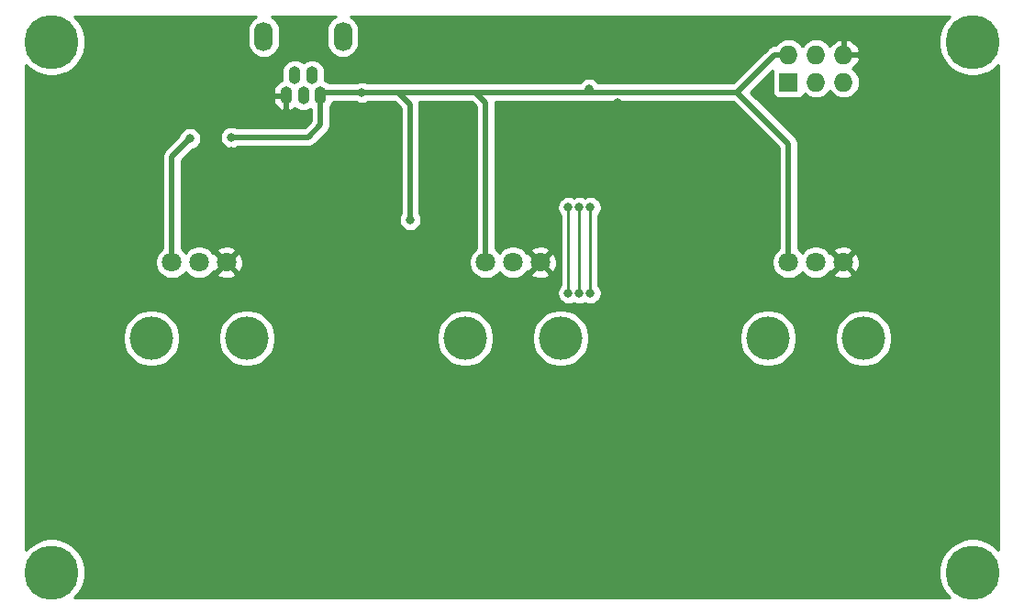
<source format=gbl>
G04 #@! TF.GenerationSoftware,KiCad,Pcbnew,(5.1.2-1)-1*
G04 #@! TF.CreationDate,2019-08-25T18:33:29+09:00*
G04 #@! TF.ProjectId,mmk3,6d6d6b33-2e6b-4696-9361-645f70636258,rev?*
G04 #@! TF.SameCoordinates,Original*
G04 #@! TF.FileFunction,Copper,L2,Bot*
G04 #@! TF.FilePolarity,Positive*
%FSLAX46Y46*%
G04 Gerber Fmt 4.6, Leading zero omitted, Abs format (unit mm)*
G04 Created by KiCad (PCBNEW (5.1.2-1)-1) date 2019-08-25 18:33:29*
%MOMM*%
%LPD*%
G04 APERTURE LIST*
%ADD10C,5.000000*%
%ADD11O,1.100000X1.650000*%
%ADD12O,1.700000X2.700000*%
%ADD13C,4.000000*%
%ADD14C,1.800000*%
%ADD15R,1.727200X1.727200*%
%ADD16O,1.727200X1.727200*%
%ADD17C,0.800000*%
%ADD18C,0.500000*%
%ADD19C,0.250000*%
%ADD20C,0.254000*%
G04 APERTURE END LIST*
D10*
X177000000Y-115000000D03*
X177000000Y-66000000D03*
X92000000Y-66000000D03*
D11*
X116840000Y-70943000D03*
X115240000Y-70943000D03*
X113640000Y-70943000D03*
X114440000Y-69053000D03*
X116040000Y-69053000D03*
D12*
X111590000Y-65478000D03*
X118890000Y-65478000D03*
D13*
X101224000Y-93360000D03*
X110024000Y-93360000D03*
D14*
X103124000Y-86360000D03*
X105624000Y-86360000D03*
X108124000Y-86360000D03*
D10*
X92000000Y-115000000D03*
D15*
X160020000Y-69723000D03*
D16*
X160020000Y-67183000D03*
X162560000Y-69723000D03*
X162560000Y-67183000D03*
X165100000Y-69723000D03*
X165100000Y-67183000D03*
D14*
X165020000Y-86360000D03*
X162520000Y-86360000D03*
X160020000Y-86360000D03*
D13*
X166920000Y-93360000D03*
X158120000Y-93360000D03*
X130180000Y-93360000D03*
X138980000Y-93360000D03*
D14*
X132080000Y-86360000D03*
X134580000Y-86360000D03*
X137080000Y-86360000D03*
D17*
X127000000Y-82423000D03*
X108585000Y-76073000D03*
X111760000Y-72898000D03*
X120650000Y-82423000D03*
X104775000Y-82550000D03*
X144272000Y-71628000D03*
X120650000Y-73660000D03*
X141605000Y-70358000D03*
X125095000Y-82423000D03*
X108585000Y-74803000D03*
X104775000Y-74930000D03*
X120650001Y-70667999D03*
X140716000Y-81280000D03*
X140716000Y-89210021D03*
X141732000Y-81280000D03*
X141732000Y-89205359D03*
X139700000Y-81280000D03*
X139695340Y-89205361D03*
D18*
X141295000Y-70668000D02*
X141605000Y-70358000D01*
X116840000Y-70668000D02*
X120960000Y-70668000D01*
X141295000Y-70668000D02*
X140645000Y-70668000D01*
X155265000Y-70668000D02*
X141295000Y-70668000D01*
X158750000Y-67183000D02*
X155265000Y-70668000D01*
X160020000Y-67183000D02*
X158750000Y-67183000D01*
X103124000Y-86360000D02*
X103124000Y-76581000D01*
X103124000Y-76581000D02*
X104775000Y-74930000D01*
X130627000Y-70668000D02*
X140645000Y-70668000D01*
X160020000Y-75423000D02*
X155265000Y-70668000D01*
X160020000Y-86360000D02*
X160020000Y-75423000D01*
X125095000Y-71755000D02*
X124008000Y-70668000D01*
X125095000Y-82423000D02*
X125095000Y-71755000D01*
X124008000Y-70668000D02*
X130627000Y-70668000D01*
X120960000Y-70668000D02*
X124008000Y-70668000D01*
X131127500Y-70668000D02*
X130627000Y-70668000D01*
X132080000Y-71620500D02*
X131127500Y-70668000D01*
X132080000Y-86360000D02*
X132080000Y-71620500D01*
X109150685Y-74803000D02*
X108585000Y-74803000D01*
X115697000Y-74803000D02*
X109150685Y-74803000D01*
X116840000Y-73660000D02*
X115697000Y-74803000D01*
X116840000Y-70668000D02*
X116840000Y-73660000D01*
D19*
X140716000Y-81280000D02*
X140716000Y-89210021D01*
X141732000Y-81280000D02*
X141732000Y-89205359D01*
X139700000Y-89200701D02*
X139695340Y-89205361D01*
X139700000Y-81280000D02*
X139700000Y-89200701D01*
D20*
G36*
X110760987Y-63737294D02*
G01*
X110534867Y-63922866D01*
X110349294Y-64148986D01*
X110211401Y-64406966D01*
X110126487Y-64686889D01*
X110105000Y-64905050D01*
X110105000Y-66050949D01*
X110126487Y-66269110D01*
X110211401Y-66549033D01*
X110349294Y-66807013D01*
X110534866Y-67033134D01*
X110760986Y-67218706D01*
X111018966Y-67356599D01*
X111298889Y-67441513D01*
X111590000Y-67470185D01*
X111881110Y-67441513D01*
X112161033Y-67356599D01*
X112419013Y-67218706D01*
X112645134Y-67033134D01*
X112830706Y-66807014D01*
X112968599Y-66549034D01*
X113053513Y-66269111D01*
X113075000Y-66050950D01*
X113075000Y-64905050D01*
X113053513Y-64686889D01*
X112968599Y-64406966D01*
X112830706Y-64148986D01*
X112645134Y-63922866D01*
X112419014Y-63737294D01*
X112274407Y-63660000D01*
X118205594Y-63660000D01*
X118060987Y-63737294D01*
X117834867Y-63922866D01*
X117649294Y-64148986D01*
X117511401Y-64406966D01*
X117426487Y-64686889D01*
X117405000Y-64905050D01*
X117405000Y-66050949D01*
X117426487Y-66269110D01*
X117511401Y-66549033D01*
X117649294Y-66807013D01*
X117834866Y-67033134D01*
X118060986Y-67218706D01*
X118318966Y-67356599D01*
X118598889Y-67441513D01*
X118890000Y-67470185D01*
X119181110Y-67441513D01*
X119461033Y-67356599D01*
X119719013Y-67218706D01*
X119945134Y-67033134D01*
X120130706Y-66807014D01*
X120268599Y-66549034D01*
X120353513Y-66269111D01*
X120375000Y-66050950D01*
X120375000Y-64905050D01*
X120353513Y-64686889D01*
X120268599Y-64406966D01*
X120130706Y-64148986D01*
X119945134Y-63922866D01*
X119719014Y-63737294D01*
X119574407Y-63660000D01*
X174906440Y-63660000D01*
X174564886Y-64001554D01*
X174221799Y-64515021D01*
X173985476Y-65085554D01*
X173865000Y-65691229D01*
X173865000Y-66308771D01*
X173985476Y-66914446D01*
X174221799Y-67484979D01*
X174564886Y-67998446D01*
X175001554Y-68435114D01*
X175515021Y-68778201D01*
X176085554Y-69014524D01*
X176691229Y-69135000D01*
X177308771Y-69135000D01*
X177914446Y-69014524D01*
X178484979Y-68778201D01*
X178998446Y-68435114D01*
X179340000Y-68093560D01*
X179340001Y-112906441D01*
X178998446Y-112564886D01*
X178484979Y-112221799D01*
X177914446Y-111985476D01*
X177308771Y-111865000D01*
X176691229Y-111865000D01*
X176085554Y-111985476D01*
X175515021Y-112221799D01*
X175001554Y-112564886D01*
X174564886Y-113001554D01*
X174221799Y-113515021D01*
X173985476Y-114085554D01*
X173865000Y-114691229D01*
X173865000Y-115308771D01*
X173985476Y-115914446D01*
X174221799Y-116484979D01*
X174564886Y-116998446D01*
X174906440Y-117340000D01*
X94093560Y-117340000D01*
X94435114Y-116998446D01*
X94778201Y-116484979D01*
X95014524Y-115914446D01*
X95135000Y-115308771D01*
X95135000Y-114691229D01*
X95014524Y-114085554D01*
X94778201Y-113515021D01*
X94435114Y-113001554D01*
X93998446Y-112564886D01*
X93484979Y-112221799D01*
X92914446Y-111985476D01*
X92308771Y-111865000D01*
X91691229Y-111865000D01*
X91085554Y-111985476D01*
X90515021Y-112221799D01*
X90001554Y-112564886D01*
X89660000Y-112906440D01*
X89660000Y-93100475D01*
X98589000Y-93100475D01*
X98589000Y-93619525D01*
X98690261Y-94128601D01*
X98888893Y-94608141D01*
X99177262Y-95039715D01*
X99544285Y-95406738D01*
X99975859Y-95695107D01*
X100455399Y-95893739D01*
X100964475Y-95995000D01*
X101483525Y-95995000D01*
X101992601Y-95893739D01*
X102472141Y-95695107D01*
X102903715Y-95406738D01*
X103270738Y-95039715D01*
X103559107Y-94608141D01*
X103757739Y-94128601D01*
X103859000Y-93619525D01*
X103859000Y-93100475D01*
X107389000Y-93100475D01*
X107389000Y-93619525D01*
X107490261Y-94128601D01*
X107688893Y-94608141D01*
X107977262Y-95039715D01*
X108344285Y-95406738D01*
X108775859Y-95695107D01*
X109255399Y-95893739D01*
X109764475Y-95995000D01*
X110283525Y-95995000D01*
X110792601Y-95893739D01*
X111272141Y-95695107D01*
X111703715Y-95406738D01*
X112070738Y-95039715D01*
X112359107Y-94608141D01*
X112557739Y-94128601D01*
X112659000Y-93619525D01*
X112659000Y-93100475D01*
X127545000Y-93100475D01*
X127545000Y-93619525D01*
X127646261Y-94128601D01*
X127844893Y-94608141D01*
X128133262Y-95039715D01*
X128500285Y-95406738D01*
X128931859Y-95695107D01*
X129411399Y-95893739D01*
X129920475Y-95995000D01*
X130439525Y-95995000D01*
X130948601Y-95893739D01*
X131428141Y-95695107D01*
X131859715Y-95406738D01*
X132226738Y-95039715D01*
X132515107Y-94608141D01*
X132713739Y-94128601D01*
X132815000Y-93619525D01*
X132815000Y-93100475D01*
X136345000Y-93100475D01*
X136345000Y-93619525D01*
X136446261Y-94128601D01*
X136644893Y-94608141D01*
X136933262Y-95039715D01*
X137300285Y-95406738D01*
X137731859Y-95695107D01*
X138211399Y-95893739D01*
X138720475Y-95995000D01*
X139239525Y-95995000D01*
X139748601Y-95893739D01*
X140228141Y-95695107D01*
X140659715Y-95406738D01*
X141026738Y-95039715D01*
X141315107Y-94608141D01*
X141513739Y-94128601D01*
X141615000Y-93619525D01*
X141615000Y-93100475D01*
X155485000Y-93100475D01*
X155485000Y-93619525D01*
X155586261Y-94128601D01*
X155784893Y-94608141D01*
X156073262Y-95039715D01*
X156440285Y-95406738D01*
X156871859Y-95695107D01*
X157351399Y-95893739D01*
X157860475Y-95995000D01*
X158379525Y-95995000D01*
X158888601Y-95893739D01*
X159368141Y-95695107D01*
X159799715Y-95406738D01*
X160166738Y-95039715D01*
X160455107Y-94608141D01*
X160653739Y-94128601D01*
X160755000Y-93619525D01*
X160755000Y-93100475D01*
X164285000Y-93100475D01*
X164285000Y-93619525D01*
X164386261Y-94128601D01*
X164584893Y-94608141D01*
X164873262Y-95039715D01*
X165240285Y-95406738D01*
X165671859Y-95695107D01*
X166151399Y-95893739D01*
X166660475Y-95995000D01*
X167179525Y-95995000D01*
X167688601Y-95893739D01*
X168168141Y-95695107D01*
X168599715Y-95406738D01*
X168966738Y-95039715D01*
X169255107Y-94608141D01*
X169453739Y-94128601D01*
X169555000Y-93619525D01*
X169555000Y-93100475D01*
X169453739Y-92591399D01*
X169255107Y-92111859D01*
X168966738Y-91680285D01*
X168599715Y-91313262D01*
X168168141Y-91024893D01*
X167688601Y-90826261D01*
X167179525Y-90725000D01*
X166660475Y-90725000D01*
X166151399Y-90826261D01*
X165671859Y-91024893D01*
X165240285Y-91313262D01*
X164873262Y-91680285D01*
X164584893Y-92111859D01*
X164386261Y-92591399D01*
X164285000Y-93100475D01*
X160755000Y-93100475D01*
X160653739Y-92591399D01*
X160455107Y-92111859D01*
X160166738Y-91680285D01*
X159799715Y-91313262D01*
X159368141Y-91024893D01*
X158888601Y-90826261D01*
X158379525Y-90725000D01*
X157860475Y-90725000D01*
X157351399Y-90826261D01*
X156871859Y-91024893D01*
X156440285Y-91313262D01*
X156073262Y-91680285D01*
X155784893Y-92111859D01*
X155586261Y-92591399D01*
X155485000Y-93100475D01*
X141615000Y-93100475D01*
X141513739Y-92591399D01*
X141315107Y-92111859D01*
X141026738Y-91680285D01*
X140659715Y-91313262D01*
X140228141Y-91024893D01*
X139748601Y-90826261D01*
X139239525Y-90725000D01*
X138720475Y-90725000D01*
X138211399Y-90826261D01*
X137731859Y-91024893D01*
X137300285Y-91313262D01*
X136933262Y-91680285D01*
X136644893Y-92111859D01*
X136446261Y-92591399D01*
X136345000Y-93100475D01*
X132815000Y-93100475D01*
X132713739Y-92591399D01*
X132515107Y-92111859D01*
X132226738Y-91680285D01*
X131859715Y-91313262D01*
X131428141Y-91024893D01*
X130948601Y-90826261D01*
X130439525Y-90725000D01*
X129920475Y-90725000D01*
X129411399Y-90826261D01*
X128931859Y-91024893D01*
X128500285Y-91313262D01*
X128133262Y-91680285D01*
X127844893Y-92111859D01*
X127646261Y-92591399D01*
X127545000Y-93100475D01*
X112659000Y-93100475D01*
X112557739Y-92591399D01*
X112359107Y-92111859D01*
X112070738Y-91680285D01*
X111703715Y-91313262D01*
X111272141Y-91024893D01*
X110792601Y-90826261D01*
X110283525Y-90725000D01*
X109764475Y-90725000D01*
X109255399Y-90826261D01*
X108775859Y-91024893D01*
X108344285Y-91313262D01*
X107977262Y-91680285D01*
X107688893Y-92111859D01*
X107490261Y-92591399D01*
X107389000Y-93100475D01*
X103859000Y-93100475D01*
X103757739Y-92591399D01*
X103559107Y-92111859D01*
X103270738Y-91680285D01*
X102903715Y-91313262D01*
X102472141Y-91024893D01*
X101992601Y-90826261D01*
X101483525Y-90725000D01*
X100964475Y-90725000D01*
X100455399Y-90826261D01*
X99975859Y-91024893D01*
X99544285Y-91313262D01*
X99177262Y-91680285D01*
X98888893Y-92111859D01*
X98690261Y-92591399D01*
X98589000Y-93100475D01*
X89660000Y-93100475D01*
X89660000Y-89103422D01*
X138660340Y-89103422D01*
X138660340Y-89307300D01*
X138700114Y-89507259D01*
X138778135Y-89695617D01*
X138891403Y-89865135D01*
X139035566Y-90009298D01*
X139205084Y-90122566D01*
X139393442Y-90200587D01*
X139593401Y-90240361D01*
X139797279Y-90240361D01*
X139997238Y-90200587D01*
X140185596Y-90122566D01*
X140202183Y-90111483D01*
X140225744Y-90127226D01*
X140414102Y-90205247D01*
X140614061Y-90245021D01*
X140817939Y-90245021D01*
X141017898Y-90205247D01*
X141206256Y-90127226D01*
X141227489Y-90113039D01*
X141241744Y-90122564D01*
X141430102Y-90200585D01*
X141630061Y-90240359D01*
X141833939Y-90240359D01*
X142033898Y-90200585D01*
X142222256Y-90122564D01*
X142391774Y-90009296D01*
X142535937Y-89865133D01*
X142649205Y-89695615D01*
X142727226Y-89507257D01*
X142767000Y-89307298D01*
X142767000Y-89103420D01*
X142727226Y-88903461D01*
X142649205Y-88715103D01*
X142535937Y-88545585D01*
X142492000Y-88501648D01*
X142492000Y-81983711D01*
X142535937Y-81939774D01*
X142649205Y-81770256D01*
X142727226Y-81581898D01*
X142767000Y-81381939D01*
X142767000Y-81178061D01*
X142727226Y-80978102D01*
X142649205Y-80789744D01*
X142535937Y-80620226D01*
X142391774Y-80476063D01*
X142222256Y-80362795D01*
X142033898Y-80284774D01*
X141833939Y-80245000D01*
X141630061Y-80245000D01*
X141430102Y-80284774D01*
X141241744Y-80362795D01*
X141224000Y-80374651D01*
X141206256Y-80362795D01*
X141017898Y-80284774D01*
X140817939Y-80245000D01*
X140614061Y-80245000D01*
X140414102Y-80284774D01*
X140225744Y-80362795D01*
X140208000Y-80374651D01*
X140190256Y-80362795D01*
X140001898Y-80284774D01*
X139801939Y-80245000D01*
X139598061Y-80245000D01*
X139398102Y-80284774D01*
X139209744Y-80362795D01*
X139040226Y-80476063D01*
X138896063Y-80620226D01*
X138782795Y-80789744D01*
X138704774Y-80978102D01*
X138665000Y-81178061D01*
X138665000Y-81381939D01*
X138704774Y-81581898D01*
X138782795Y-81770256D01*
X138896063Y-81939774D01*
X138940000Y-81983711D01*
X138940001Y-88496989D01*
X138891403Y-88545587D01*
X138778135Y-88715105D01*
X138700114Y-88903463D01*
X138660340Y-89103422D01*
X89660000Y-89103422D01*
X89660000Y-86208816D01*
X101589000Y-86208816D01*
X101589000Y-86511184D01*
X101647989Y-86807743D01*
X101763701Y-87087095D01*
X101931688Y-87338505D01*
X102145495Y-87552312D01*
X102396905Y-87720299D01*
X102676257Y-87836011D01*
X102972816Y-87895000D01*
X103275184Y-87895000D01*
X103571743Y-87836011D01*
X103851095Y-87720299D01*
X104102505Y-87552312D01*
X104316312Y-87338505D01*
X104374000Y-87252169D01*
X104431688Y-87338505D01*
X104645495Y-87552312D01*
X104896905Y-87720299D01*
X105176257Y-87836011D01*
X105472816Y-87895000D01*
X105775184Y-87895000D01*
X106071743Y-87836011D01*
X106351095Y-87720299D01*
X106602505Y-87552312D01*
X106730737Y-87424080D01*
X107239525Y-87424080D01*
X107323208Y-87678261D01*
X107595775Y-87809158D01*
X107888642Y-87884365D01*
X108190553Y-87900991D01*
X108489907Y-87858397D01*
X108775199Y-87758222D01*
X108924792Y-87678261D01*
X109008475Y-87424080D01*
X108124000Y-86539605D01*
X107239525Y-87424080D01*
X106730737Y-87424080D01*
X106816312Y-87338505D01*
X106911738Y-87195690D01*
X107059920Y-87244475D01*
X107944395Y-86360000D01*
X108303605Y-86360000D01*
X109188080Y-87244475D01*
X109442261Y-87160792D01*
X109573158Y-86888225D01*
X109648365Y-86595358D01*
X109664991Y-86293447D01*
X109622397Y-85994093D01*
X109522222Y-85708801D01*
X109442261Y-85559208D01*
X109188080Y-85475525D01*
X108303605Y-86360000D01*
X107944395Y-86360000D01*
X107059920Y-85475525D01*
X106911738Y-85524310D01*
X106816312Y-85381495D01*
X106730737Y-85295920D01*
X107239525Y-85295920D01*
X108124000Y-86180395D01*
X109008475Y-85295920D01*
X108924792Y-85041739D01*
X108652225Y-84910842D01*
X108359358Y-84835635D01*
X108057447Y-84819009D01*
X107758093Y-84861603D01*
X107472801Y-84961778D01*
X107323208Y-85041739D01*
X107239525Y-85295920D01*
X106730737Y-85295920D01*
X106602505Y-85167688D01*
X106351095Y-84999701D01*
X106071743Y-84883989D01*
X105775184Y-84825000D01*
X105472816Y-84825000D01*
X105176257Y-84883989D01*
X104896905Y-84999701D01*
X104645495Y-85167688D01*
X104431688Y-85381495D01*
X104374000Y-85467831D01*
X104316312Y-85381495D01*
X104102505Y-85167688D01*
X104009000Y-85105210D01*
X104009000Y-76947578D01*
X105020044Y-75936535D01*
X105076898Y-75925226D01*
X105265256Y-75847205D01*
X105434774Y-75733937D01*
X105578937Y-75589774D01*
X105692205Y-75420256D01*
X105770226Y-75231898D01*
X105810000Y-75031939D01*
X105810000Y-74828061D01*
X105784739Y-74701061D01*
X107550000Y-74701061D01*
X107550000Y-74904939D01*
X107589774Y-75104898D01*
X107667795Y-75293256D01*
X107781063Y-75462774D01*
X107925226Y-75606937D01*
X108094744Y-75720205D01*
X108283102Y-75798226D01*
X108483061Y-75838000D01*
X108686939Y-75838000D01*
X108886898Y-75798226D01*
X109075256Y-75720205D01*
X109123454Y-75688000D01*
X115653531Y-75688000D01*
X115697000Y-75692281D01*
X115740469Y-75688000D01*
X115740477Y-75688000D01*
X115870490Y-75675195D01*
X116037313Y-75624589D01*
X116191059Y-75542411D01*
X116325817Y-75431817D01*
X116353534Y-75398044D01*
X117435049Y-74316530D01*
X117468817Y-74288817D01*
X117579411Y-74154059D01*
X117661589Y-74000313D01*
X117712195Y-73833490D01*
X117725000Y-73703477D01*
X117725000Y-73703467D01*
X117729281Y-73660001D01*
X117725000Y-73616535D01*
X117725000Y-72007549D01*
X117830058Y-71879536D01*
X117940094Y-71673674D01*
X117976700Y-71553000D01*
X120111548Y-71553000D01*
X120159745Y-71585204D01*
X120348103Y-71663225D01*
X120548062Y-71702999D01*
X120751940Y-71702999D01*
X120951899Y-71663225D01*
X121140257Y-71585204D01*
X121188454Y-71553000D01*
X123641422Y-71553000D01*
X124210001Y-72121580D01*
X124210000Y-81884546D01*
X124177795Y-81932744D01*
X124099774Y-82121102D01*
X124060000Y-82321061D01*
X124060000Y-82524939D01*
X124099774Y-82724898D01*
X124177795Y-82913256D01*
X124291063Y-83082774D01*
X124435226Y-83226937D01*
X124604744Y-83340205D01*
X124793102Y-83418226D01*
X124993061Y-83458000D01*
X125196939Y-83458000D01*
X125396898Y-83418226D01*
X125585256Y-83340205D01*
X125754774Y-83226937D01*
X125898937Y-83082774D01*
X126012205Y-82913256D01*
X126090226Y-82724898D01*
X126130000Y-82524939D01*
X126130000Y-82321061D01*
X126090226Y-82121102D01*
X126012205Y-81932744D01*
X125980000Y-81884546D01*
X125980000Y-71798465D01*
X125984281Y-71754999D01*
X125980000Y-71711533D01*
X125980000Y-71711523D01*
X125967195Y-71581510D01*
X125958546Y-71553000D01*
X130760922Y-71553000D01*
X131195001Y-71987080D01*
X131195000Y-85105210D01*
X131101495Y-85167688D01*
X130887688Y-85381495D01*
X130719701Y-85632905D01*
X130603989Y-85912257D01*
X130545000Y-86208816D01*
X130545000Y-86511184D01*
X130603989Y-86807743D01*
X130719701Y-87087095D01*
X130887688Y-87338505D01*
X131101495Y-87552312D01*
X131352905Y-87720299D01*
X131632257Y-87836011D01*
X131928816Y-87895000D01*
X132231184Y-87895000D01*
X132527743Y-87836011D01*
X132807095Y-87720299D01*
X133058505Y-87552312D01*
X133272312Y-87338505D01*
X133330000Y-87252169D01*
X133387688Y-87338505D01*
X133601495Y-87552312D01*
X133852905Y-87720299D01*
X134132257Y-87836011D01*
X134428816Y-87895000D01*
X134731184Y-87895000D01*
X135027743Y-87836011D01*
X135307095Y-87720299D01*
X135558505Y-87552312D01*
X135686737Y-87424080D01*
X136195525Y-87424080D01*
X136279208Y-87678261D01*
X136551775Y-87809158D01*
X136844642Y-87884365D01*
X137146553Y-87900991D01*
X137445907Y-87858397D01*
X137731199Y-87758222D01*
X137880792Y-87678261D01*
X137964475Y-87424080D01*
X137080000Y-86539605D01*
X136195525Y-87424080D01*
X135686737Y-87424080D01*
X135772312Y-87338505D01*
X135867738Y-87195690D01*
X136015920Y-87244475D01*
X136900395Y-86360000D01*
X137259605Y-86360000D01*
X138144080Y-87244475D01*
X138398261Y-87160792D01*
X138529158Y-86888225D01*
X138604365Y-86595358D01*
X138620991Y-86293447D01*
X138578397Y-85994093D01*
X138478222Y-85708801D01*
X138398261Y-85559208D01*
X138144080Y-85475525D01*
X137259605Y-86360000D01*
X136900395Y-86360000D01*
X136015920Y-85475525D01*
X135867738Y-85524310D01*
X135772312Y-85381495D01*
X135686737Y-85295920D01*
X136195525Y-85295920D01*
X137080000Y-86180395D01*
X137964475Y-85295920D01*
X137880792Y-85041739D01*
X137608225Y-84910842D01*
X137315358Y-84835635D01*
X137013447Y-84819009D01*
X136714093Y-84861603D01*
X136428801Y-84961778D01*
X136279208Y-85041739D01*
X136195525Y-85295920D01*
X135686737Y-85295920D01*
X135558505Y-85167688D01*
X135307095Y-84999701D01*
X135027743Y-84883989D01*
X134731184Y-84825000D01*
X134428816Y-84825000D01*
X134132257Y-84883989D01*
X133852905Y-84999701D01*
X133601495Y-85167688D01*
X133387688Y-85381495D01*
X133330000Y-85467831D01*
X133272312Y-85381495D01*
X133058505Y-85167688D01*
X132965000Y-85105210D01*
X132965000Y-71663965D01*
X132969281Y-71620499D01*
X132965000Y-71577033D01*
X132965000Y-71577023D01*
X132962634Y-71553000D01*
X141251531Y-71553000D01*
X141295000Y-71557281D01*
X141338469Y-71553000D01*
X154898422Y-71553000D01*
X159135001Y-75789580D01*
X159135000Y-85105210D01*
X159041495Y-85167688D01*
X158827688Y-85381495D01*
X158659701Y-85632905D01*
X158543989Y-85912257D01*
X158485000Y-86208816D01*
X158485000Y-86511184D01*
X158543989Y-86807743D01*
X158659701Y-87087095D01*
X158827688Y-87338505D01*
X159041495Y-87552312D01*
X159292905Y-87720299D01*
X159572257Y-87836011D01*
X159868816Y-87895000D01*
X160171184Y-87895000D01*
X160467743Y-87836011D01*
X160747095Y-87720299D01*
X160998505Y-87552312D01*
X161212312Y-87338505D01*
X161270000Y-87252169D01*
X161327688Y-87338505D01*
X161541495Y-87552312D01*
X161792905Y-87720299D01*
X162072257Y-87836011D01*
X162368816Y-87895000D01*
X162671184Y-87895000D01*
X162967743Y-87836011D01*
X163247095Y-87720299D01*
X163498505Y-87552312D01*
X163626737Y-87424080D01*
X164135525Y-87424080D01*
X164219208Y-87678261D01*
X164491775Y-87809158D01*
X164784642Y-87884365D01*
X165086553Y-87900991D01*
X165385907Y-87858397D01*
X165671199Y-87758222D01*
X165820792Y-87678261D01*
X165904475Y-87424080D01*
X165020000Y-86539605D01*
X164135525Y-87424080D01*
X163626737Y-87424080D01*
X163712312Y-87338505D01*
X163807738Y-87195690D01*
X163955920Y-87244475D01*
X164840395Y-86360000D01*
X165199605Y-86360000D01*
X166084080Y-87244475D01*
X166338261Y-87160792D01*
X166469158Y-86888225D01*
X166544365Y-86595358D01*
X166560991Y-86293447D01*
X166518397Y-85994093D01*
X166418222Y-85708801D01*
X166338261Y-85559208D01*
X166084080Y-85475525D01*
X165199605Y-86360000D01*
X164840395Y-86360000D01*
X163955920Y-85475525D01*
X163807738Y-85524310D01*
X163712312Y-85381495D01*
X163626737Y-85295920D01*
X164135525Y-85295920D01*
X165020000Y-86180395D01*
X165904475Y-85295920D01*
X165820792Y-85041739D01*
X165548225Y-84910842D01*
X165255358Y-84835635D01*
X164953447Y-84819009D01*
X164654093Y-84861603D01*
X164368801Y-84961778D01*
X164219208Y-85041739D01*
X164135525Y-85295920D01*
X163626737Y-85295920D01*
X163498505Y-85167688D01*
X163247095Y-84999701D01*
X162967743Y-84883989D01*
X162671184Y-84825000D01*
X162368816Y-84825000D01*
X162072257Y-84883989D01*
X161792905Y-84999701D01*
X161541495Y-85167688D01*
X161327688Y-85381495D01*
X161270000Y-85467831D01*
X161212312Y-85381495D01*
X160998505Y-85167688D01*
X160905000Y-85105210D01*
X160905000Y-75466465D01*
X160909281Y-75422999D01*
X160905000Y-75379533D01*
X160905000Y-75379523D01*
X160892195Y-75249510D01*
X160841589Y-75082687D01*
X160759411Y-74928941D01*
X160735210Y-74899452D01*
X160676532Y-74827953D01*
X160676530Y-74827951D01*
X160648817Y-74794183D01*
X160615049Y-74766470D01*
X156516578Y-70668000D01*
X158565826Y-68618752D01*
X158530588Y-68734918D01*
X158518328Y-68859400D01*
X158518328Y-70586600D01*
X158530588Y-70711082D01*
X158566898Y-70830780D01*
X158625863Y-70941094D01*
X158705215Y-71037785D01*
X158801906Y-71117137D01*
X158912220Y-71176102D01*
X159031918Y-71212412D01*
X159156400Y-71224672D01*
X160883600Y-71224672D01*
X161008082Y-71212412D01*
X161127780Y-71176102D01*
X161238094Y-71117137D01*
X161334785Y-71037785D01*
X161414137Y-70941094D01*
X161473102Y-70830780D01*
X161488586Y-70779735D01*
X161495203Y-70787797D01*
X161723394Y-70975069D01*
X161983736Y-71114225D01*
X162266223Y-71199916D01*
X162486381Y-71221600D01*
X162633619Y-71221600D01*
X162853777Y-71199916D01*
X163136264Y-71114225D01*
X163396606Y-70975069D01*
X163624797Y-70787797D01*
X163812069Y-70559606D01*
X163830000Y-70526060D01*
X163847931Y-70559606D01*
X164035203Y-70787797D01*
X164263394Y-70975069D01*
X164523736Y-71114225D01*
X164806223Y-71199916D01*
X165026381Y-71221600D01*
X165173619Y-71221600D01*
X165393777Y-71199916D01*
X165676264Y-71114225D01*
X165936606Y-70975069D01*
X166164797Y-70787797D01*
X166352069Y-70559606D01*
X166491225Y-70299264D01*
X166576916Y-70016777D01*
X166605851Y-69723000D01*
X166576916Y-69429223D01*
X166491225Y-69146736D01*
X166352069Y-68886394D01*
X166164797Y-68658203D01*
X165936606Y-68470931D01*
X165896567Y-68449530D01*
X166110293Y-68289854D01*
X166306817Y-68071488D01*
X166456964Y-67818978D01*
X166554963Y-67542027D01*
X166434464Y-67310000D01*
X165227000Y-67310000D01*
X165227000Y-67330000D01*
X164973000Y-67330000D01*
X164973000Y-67310000D01*
X164953000Y-67310000D01*
X164953000Y-67056000D01*
X164973000Y-67056000D01*
X164973000Y-65849183D01*
X165227000Y-65849183D01*
X165227000Y-67056000D01*
X166434464Y-67056000D01*
X166554963Y-66823973D01*
X166456964Y-66547022D01*
X166306817Y-66294512D01*
X166110293Y-66076146D01*
X165874944Y-65900316D01*
X165609814Y-65773778D01*
X165459026Y-65728042D01*
X165227000Y-65849183D01*
X164973000Y-65849183D01*
X164740974Y-65728042D01*
X164590186Y-65773778D01*
X164325056Y-65900316D01*
X164089707Y-66076146D01*
X163893183Y-66294512D01*
X163835863Y-66390910D01*
X163812069Y-66346394D01*
X163624797Y-66118203D01*
X163396606Y-65930931D01*
X163136264Y-65791775D01*
X162853777Y-65706084D01*
X162633619Y-65684400D01*
X162486381Y-65684400D01*
X162266223Y-65706084D01*
X161983736Y-65791775D01*
X161723394Y-65930931D01*
X161495203Y-66118203D01*
X161307931Y-66346394D01*
X161290000Y-66379940D01*
X161272069Y-66346394D01*
X161084797Y-66118203D01*
X160856606Y-65930931D01*
X160596264Y-65791775D01*
X160313777Y-65706084D01*
X160093619Y-65684400D01*
X159946381Y-65684400D01*
X159726223Y-65706084D01*
X159443736Y-65791775D01*
X159183394Y-65930931D01*
X158955203Y-66118203D01*
X158807647Y-66298000D01*
X158793465Y-66298000D01*
X158749999Y-66293719D01*
X158706533Y-66298000D01*
X158706523Y-66298000D01*
X158576510Y-66310805D01*
X158409687Y-66361411D01*
X158255941Y-66443589D01*
X158255939Y-66443590D01*
X158255940Y-66443590D01*
X158154953Y-66526468D01*
X158154951Y-66526470D01*
X158121183Y-66554183D01*
X158093470Y-66587951D01*
X154898422Y-69783000D01*
X142465581Y-69783000D01*
X142408937Y-69698226D01*
X142264774Y-69554063D01*
X142095256Y-69440795D01*
X141906898Y-69362774D01*
X141706939Y-69323000D01*
X141503061Y-69323000D01*
X141303102Y-69362774D01*
X141114744Y-69440795D01*
X140945226Y-69554063D01*
X140801063Y-69698226D01*
X140744419Y-69783000D01*
X131170969Y-69783000D01*
X131127500Y-69778719D01*
X131084031Y-69783000D01*
X124051469Y-69783000D01*
X124008000Y-69778719D01*
X123964531Y-69783000D01*
X121188457Y-69783000D01*
X121140257Y-69750794D01*
X120951899Y-69672773D01*
X120751940Y-69632999D01*
X120548062Y-69632999D01*
X120348103Y-69672773D01*
X120159745Y-69750794D01*
X120111545Y-69783000D01*
X117629549Y-69783000D01*
X117501536Y-69677942D01*
X117295674Y-69567906D01*
X117209673Y-69541818D01*
X117225000Y-69386207D01*
X117225000Y-68719794D01*
X117207853Y-68545701D01*
X117140094Y-68322327D01*
X117030058Y-68116464D01*
X116881975Y-67936025D01*
X116701536Y-67787942D01*
X116495674Y-67677906D01*
X116272300Y-67610147D01*
X116040000Y-67587267D01*
X115807701Y-67610147D01*
X115584327Y-67677906D01*
X115378465Y-67787942D01*
X115240001Y-67901577D01*
X115101536Y-67787942D01*
X114895674Y-67677906D01*
X114672300Y-67610147D01*
X114440000Y-67587267D01*
X114207701Y-67610147D01*
X113984327Y-67677906D01*
X113778465Y-67787942D01*
X113598026Y-67936025D01*
X113449943Y-68116464D01*
X113339906Y-68322326D01*
X113272147Y-68545700D01*
X113255000Y-68719793D01*
X113255000Y-69386206D01*
X113269979Y-69538292D01*
X113087246Y-69612150D01*
X112891881Y-69740275D01*
X112725266Y-69904052D01*
X112593804Y-70097187D01*
X112502546Y-70312258D01*
X112455000Y-70541000D01*
X112455000Y-70816000D01*
X113513000Y-70816000D01*
X113513000Y-70796000D01*
X113767000Y-70796000D01*
X113767000Y-70816000D01*
X113787000Y-70816000D01*
X113787000Y-71070000D01*
X113767000Y-71070000D01*
X113767000Y-72236361D01*
X113949744Y-72361803D01*
X113976147Y-72361399D01*
X114192754Y-72273850D01*
X114388119Y-72145725D01*
X114440169Y-72094562D01*
X114578464Y-72208058D01*
X114784326Y-72318094D01*
X115007700Y-72385853D01*
X115240000Y-72408733D01*
X115472299Y-72385853D01*
X115695673Y-72318094D01*
X115901535Y-72208058D01*
X115955001Y-72164180D01*
X115955001Y-73293420D01*
X115330422Y-73918000D01*
X109123454Y-73918000D01*
X109075256Y-73885795D01*
X108886898Y-73807774D01*
X108686939Y-73768000D01*
X108483061Y-73768000D01*
X108283102Y-73807774D01*
X108094744Y-73885795D01*
X107925226Y-73999063D01*
X107781063Y-74143226D01*
X107667795Y-74312744D01*
X107589774Y-74501102D01*
X107550000Y-74701061D01*
X105784739Y-74701061D01*
X105770226Y-74628102D01*
X105692205Y-74439744D01*
X105578937Y-74270226D01*
X105434774Y-74126063D01*
X105265256Y-74012795D01*
X105076898Y-73934774D01*
X104876939Y-73895000D01*
X104673061Y-73895000D01*
X104473102Y-73934774D01*
X104284744Y-74012795D01*
X104115226Y-74126063D01*
X103971063Y-74270226D01*
X103857795Y-74439744D01*
X103779774Y-74628102D01*
X103768465Y-74684956D01*
X102528951Y-75924471D01*
X102495184Y-75952183D01*
X102467471Y-75985951D01*
X102467468Y-75985954D01*
X102384590Y-76086941D01*
X102302412Y-76240687D01*
X102251805Y-76407510D01*
X102234719Y-76581000D01*
X102239001Y-76624479D01*
X102239000Y-85105210D01*
X102145495Y-85167688D01*
X101931688Y-85381495D01*
X101763701Y-85632905D01*
X101647989Y-85912257D01*
X101589000Y-86208816D01*
X89660000Y-86208816D01*
X89660000Y-71070000D01*
X112455000Y-71070000D01*
X112455000Y-71345000D01*
X112502546Y-71573742D01*
X112593804Y-71788813D01*
X112725266Y-71981948D01*
X112891881Y-72145725D01*
X113087246Y-72273850D01*
X113303853Y-72361399D01*
X113330256Y-72361803D01*
X113513000Y-72236361D01*
X113513000Y-71070000D01*
X112455000Y-71070000D01*
X89660000Y-71070000D01*
X89660000Y-68093560D01*
X90001554Y-68435114D01*
X90515021Y-68778201D01*
X91085554Y-69014524D01*
X91691229Y-69135000D01*
X92308771Y-69135000D01*
X92914446Y-69014524D01*
X93484979Y-68778201D01*
X93998446Y-68435114D01*
X94435114Y-67998446D01*
X94778201Y-67484979D01*
X95014524Y-66914446D01*
X95135000Y-66308771D01*
X95135000Y-65691229D01*
X95014524Y-65085554D01*
X94778201Y-64515021D01*
X94435114Y-64001554D01*
X94093560Y-63660000D01*
X110905594Y-63660000D01*
X110760987Y-63737294D01*
X110760987Y-63737294D01*
G37*
X110760987Y-63737294D02*
X110534867Y-63922866D01*
X110349294Y-64148986D01*
X110211401Y-64406966D01*
X110126487Y-64686889D01*
X110105000Y-64905050D01*
X110105000Y-66050949D01*
X110126487Y-66269110D01*
X110211401Y-66549033D01*
X110349294Y-66807013D01*
X110534866Y-67033134D01*
X110760986Y-67218706D01*
X111018966Y-67356599D01*
X111298889Y-67441513D01*
X111590000Y-67470185D01*
X111881110Y-67441513D01*
X112161033Y-67356599D01*
X112419013Y-67218706D01*
X112645134Y-67033134D01*
X112830706Y-66807014D01*
X112968599Y-66549034D01*
X113053513Y-66269111D01*
X113075000Y-66050950D01*
X113075000Y-64905050D01*
X113053513Y-64686889D01*
X112968599Y-64406966D01*
X112830706Y-64148986D01*
X112645134Y-63922866D01*
X112419014Y-63737294D01*
X112274407Y-63660000D01*
X118205594Y-63660000D01*
X118060987Y-63737294D01*
X117834867Y-63922866D01*
X117649294Y-64148986D01*
X117511401Y-64406966D01*
X117426487Y-64686889D01*
X117405000Y-64905050D01*
X117405000Y-66050949D01*
X117426487Y-66269110D01*
X117511401Y-66549033D01*
X117649294Y-66807013D01*
X117834866Y-67033134D01*
X118060986Y-67218706D01*
X118318966Y-67356599D01*
X118598889Y-67441513D01*
X118890000Y-67470185D01*
X119181110Y-67441513D01*
X119461033Y-67356599D01*
X119719013Y-67218706D01*
X119945134Y-67033134D01*
X120130706Y-66807014D01*
X120268599Y-66549034D01*
X120353513Y-66269111D01*
X120375000Y-66050950D01*
X120375000Y-64905050D01*
X120353513Y-64686889D01*
X120268599Y-64406966D01*
X120130706Y-64148986D01*
X119945134Y-63922866D01*
X119719014Y-63737294D01*
X119574407Y-63660000D01*
X174906440Y-63660000D01*
X174564886Y-64001554D01*
X174221799Y-64515021D01*
X173985476Y-65085554D01*
X173865000Y-65691229D01*
X173865000Y-66308771D01*
X173985476Y-66914446D01*
X174221799Y-67484979D01*
X174564886Y-67998446D01*
X175001554Y-68435114D01*
X175515021Y-68778201D01*
X176085554Y-69014524D01*
X176691229Y-69135000D01*
X177308771Y-69135000D01*
X177914446Y-69014524D01*
X178484979Y-68778201D01*
X178998446Y-68435114D01*
X179340000Y-68093560D01*
X179340001Y-112906441D01*
X178998446Y-112564886D01*
X178484979Y-112221799D01*
X177914446Y-111985476D01*
X177308771Y-111865000D01*
X176691229Y-111865000D01*
X176085554Y-111985476D01*
X175515021Y-112221799D01*
X175001554Y-112564886D01*
X174564886Y-113001554D01*
X174221799Y-113515021D01*
X173985476Y-114085554D01*
X173865000Y-114691229D01*
X173865000Y-115308771D01*
X173985476Y-115914446D01*
X174221799Y-116484979D01*
X174564886Y-116998446D01*
X174906440Y-117340000D01*
X94093560Y-117340000D01*
X94435114Y-116998446D01*
X94778201Y-116484979D01*
X95014524Y-115914446D01*
X95135000Y-115308771D01*
X95135000Y-114691229D01*
X95014524Y-114085554D01*
X94778201Y-113515021D01*
X94435114Y-113001554D01*
X93998446Y-112564886D01*
X93484979Y-112221799D01*
X92914446Y-111985476D01*
X92308771Y-111865000D01*
X91691229Y-111865000D01*
X91085554Y-111985476D01*
X90515021Y-112221799D01*
X90001554Y-112564886D01*
X89660000Y-112906440D01*
X89660000Y-93100475D01*
X98589000Y-93100475D01*
X98589000Y-93619525D01*
X98690261Y-94128601D01*
X98888893Y-94608141D01*
X99177262Y-95039715D01*
X99544285Y-95406738D01*
X99975859Y-95695107D01*
X100455399Y-95893739D01*
X100964475Y-95995000D01*
X101483525Y-95995000D01*
X101992601Y-95893739D01*
X102472141Y-95695107D01*
X102903715Y-95406738D01*
X103270738Y-95039715D01*
X103559107Y-94608141D01*
X103757739Y-94128601D01*
X103859000Y-93619525D01*
X103859000Y-93100475D01*
X107389000Y-93100475D01*
X107389000Y-93619525D01*
X107490261Y-94128601D01*
X107688893Y-94608141D01*
X107977262Y-95039715D01*
X108344285Y-95406738D01*
X108775859Y-95695107D01*
X109255399Y-95893739D01*
X109764475Y-95995000D01*
X110283525Y-95995000D01*
X110792601Y-95893739D01*
X111272141Y-95695107D01*
X111703715Y-95406738D01*
X112070738Y-95039715D01*
X112359107Y-94608141D01*
X112557739Y-94128601D01*
X112659000Y-93619525D01*
X112659000Y-93100475D01*
X127545000Y-93100475D01*
X127545000Y-93619525D01*
X127646261Y-94128601D01*
X127844893Y-94608141D01*
X128133262Y-95039715D01*
X128500285Y-95406738D01*
X128931859Y-95695107D01*
X129411399Y-95893739D01*
X129920475Y-95995000D01*
X130439525Y-95995000D01*
X130948601Y-95893739D01*
X131428141Y-95695107D01*
X131859715Y-95406738D01*
X132226738Y-95039715D01*
X132515107Y-94608141D01*
X132713739Y-94128601D01*
X132815000Y-93619525D01*
X132815000Y-93100475D01*
X136345000Y-93100475D01*
X136345000Y-93619525D01*
X136446261Y-94128601D01*
X136644893Y-94608141D01*
X136933262Y-95039715D01*
X137300285Y-95406738D01*
X137731859Y-95695107D01*
X138211399Y-95893739D01*
X138720475Y-95995000D01*
X139239525Y-95995000D01*
X139748601Y-95893739D01*
X140228141Y-95695107D01*
X140659715Y-95406738D01*
X141026738Y-95039715D01*
X141315107Y-94608141D01*
X141513739Y-94128601D01*
X141615000Y-93619525D01*
X141615000Y-93100475D01*
X155485000Y-93100475D01*
X155485000Y-93619525D01*
X155586261Y-94128601D01*
X155784893Y-94608141D01*
X156073262Y-95039715D01*
X156440285Y-95406738D01*
X156871859Y-95695107D01*
X157351399Y-95893739D01*
X157860475Y-95995000D01*
X158379525Y-95995000D01*
X158888601Y-95893739D01*
X159368141Y-95695107D01*
X159799715Y-95406738D01*
X160166738Y-95039715D01*
X160455107Y-94608141D01*
X160653739Y-94128601D01*
X160755000Y-93619525D01*
X160755000Y-93100475D01*
X164285000Y-93100475D01*
X164285000Y-93619525D01*
X164386261Y-94128601D01*
X164584893Y-94608141D01*
X164873262Y-95039715D01*
X165240285Y-95406738D01*
X165671859Y-95695107D01*
X166151399Y-95893739D01*
X166660475Y-95995000D01*
X167179525Y-95995000D01*
X167688601Y-95893739D01*
X168168141Y-95695107D01*
X168599715Y-95406738D01*
X168966738Y-95039715D01*
X169255107Y-94608141D01*
X169453739Y-94128601D01*
X169555000Y-93619525D01*
X169555000Y-93100475D01*
X169453739Y-92591399D01*
X169255107Y-92111859D01*
X168966738Y-91680285D01*
X168599715Y-91313262D01*
X168168141Y-91024893D01*
X167688601Y-90826261D01*
X167179525Y-90725000D01*
X166660475Y-90725000D01*
X166151399Y-90826261D01*
X165671859Y-91024893D01*
X165240285Y-91313262D01*
X164873262Y-91680285D01*
X164584893Y-92111859D01*
X164386261Y-92591399D01*
X164285000Y-93100475D01*
X160755000Y-93100475D01*
X160653739Y-92591399D01*
X160455107Y-92111859D01*
X160166738Y-91680285D01*
X159799715Y-91313262D01*
X159368141Y-91024893D01*
X158888601Y-90826261D01*
X158379525Y-90725000D01*
X157860475Y-90725000D01*
X157351399Y-90826261D01*
X156871859Y-91024893D01*
X156440285Y-91313262D01*
X156073262Y-91680285D01*
X155784893Y-92111859D01*
X155586261Y-92591399D01*
X155485000Y-93100475D01*
X141615000Y-93100475D01*
X141513739Y-92591399D01*
X141315107Y-92111859D01*
X141026738Y-91680285D01*
X140659715Y-91313262D01*
X140228141Y-91024893D01*
X139748601Y-90826261D01*
X139239525Y-90725000D01*
X138720475Y-90725000D01*
X138211399Y-90826261D01*
X137731859Y-91024893D01*
X137300285Y-91313262D01*
X136933262Y-91680285D01*
X136644893Y-92111859D01*
X136446261Y-92591399D01*
X136345000Y-93100475D01*
X132815000Y-93100475D01*
X132713739Y-92591399D01*
X132515107Y-92111859D01*
X132226738Y-91680285D01*
X131859715Y-91313262D01*
X131428141Y-91024893D01*
X130948601Y-90826261D01*
X130439525Y-90725000D01*
X129920475Y-90725000D01*
X129411399Y-90826261D01*
X128931859Y-91024893D01*
X128500285Y-91313262D01*
X128133262Y-91680285D01*
X127844893Y-92111859D01*
X127646261Y-92591399D01*
X127545000Y-93100475D01*
X112659000Y-93100475D01*
X112557739Y-92591399D01*
X112359107Y-92111859D01*
X112070738Y-91680285D01*
X111703715Y-91313262D01*
X111272141Y-91024893D01*
X110792601Y-90826261D01*
X110283525Y-90725000D01*
X109764475Y-90725000D01*
X109255399Y-90826261D01*
X108775859Y-91024893D01*
X108344285Y-91313262D01*
X107977262Y-91680285D01*
X107688893Y-92111859D01*
X107490261Y-92591399D01*
X107389000Y-93100475D01*
X103859000Y-93100475D01*
X103757739Y-92591399D01*
X103559107Y-92111859D01*
X103270738Y-91680285D01*
X102903715Y-91313262D01*
X102472141Y-91024893D01*
X101992601Y-90826261D01*
X101483525Y-90725000D01*
X100964475Y-90725000D01*
X100455399Y-90826261D01*
X99975859Y-91024893D01*
X99544285Y-91313262D01*
X99177262Y-91680285D01*
X98888893Y-92111859D01*
X98690261Y-92591399D01*
X98589000Y-93100475D01*
X89660000Y-93100475D01*
X89660000Y-89103422D01*
X138660340Y-89103422D01*
X138660340Y-89307300D01*
X138700114Y-89507259D01*
X138778135Y-89695617D01*
X138891403Y-89865135D01*
X139035566Y-90009298D01*
X139205084Y-90122566D01*
X139393442Y-90200587D01*
X139593401Y-90240361D01*
X139797279Y-90240361D01*
X139997238Y-90200587D01*
X140185596Y-90122566D01*
X140202183Y-90111483D01*
X140225744Y-90127226D01*
X140414102Y-90205247D01*
X140614061Y-90245021D01*
X140817939Y-90245021D01*
X141017898Y-90205247D01*
X141206256Y-90127226D01*
X141227489Y-90113039D01*
X141241744Y-90122564D01*
X141430102Y-90200585D01*
X141630061Y-90240359D01*
X141833939Y-90240359D01*
X142033898Y-90200585D01*
X142222256Y-90122564D01*
X142391774Y-90009296D01*
X142535937Y-89865133D01*
X142649205Y-89695615D01*
X142727226Y-89507257D01*
X142767000Y-89307298D01*
X142767000Y-89103420D01*
X142727226Y-88903461D01*
X142649205Y-88715103D01*
X142535937Y-88545585D01*
X142492000Y-88501648D01*
X142492000Y-81983711D01*
X142535937Y-81939774D01*
X142649205Y-81770256D01*
X142727226Y-81581898D01*
X142767000Y-81381939D01*
X142767000Y-81178061D01*
X142727226Y-80978102D01*
X142649205Y-80789744D01*
X142535937Y-80620226D01*
X142391774Y-80476063D01*
X142222256Y-80362795D01*
X142033898Y-80284774D01*
X141833939Y-80245000D01*
X141630061Y-80245000D01*
X141430102Y-80284774D01*
X141241744Y-80362795D01*
X141224000Y-80374651D01*
X141206256Y-80362795D01*
X141017898Y-80284774D01*
X140817939Y-80245000D01*
X140614061Y-80245000D01*
X140414102Y-80284774D01*
X140225744Y-80362795D01*
X140208000Y-80374651D01*
X140190256Y-80362795D01*
X140001898Y-80284774D01*
X139801939Y-80245000D01*
X139598061Y-80245000D01*
X139398102Y-80284774D01*
X139209744Y-80362795D01*
X139040226Y-80476063D01*
X138896063Y-80620226D01*
X138782795Y-80789744D01*
X138704774Y-80978102D01*
X138665000Y-81178061D01*
X138665000Y-81381939D01*
X138704774Y-81581898D01*
X138782795Y-81770256D01*
X138896063Y-81939774D01*
X138940000Y-81983711D01*
X138940001Y-88496989D01*
X138891403Y-88545587D01*
X138778135Y-88715105D01*
X138700114Y-88903463D01*
X138660340Y-89103422D01*
X89660000Y-89103422D01*
X89660000Y-86208816D01*
X101589000Y-86208816D01*
X101589000Y-86511184D01*
X101647989Y-86807743D01*
X101763701Y-87087095D01*
X101931688Y-87338505D01*
X102145495Y-87552312D01*
X102396905Y-87720299D01*
X102676257Y-87836011D01*
X102972816Y-87895000D01*
X103275184Y-87895000D01*
X103571743Y-87836011D01*
X103851095Y-87720299D01*
X104102505Y-87552312D01*
X104316312Y-87338505D01*
X104374000Y-87252169D01*
X104431688Y-87338505D01*
X104645495Y-87552312D01*
X104896905Y-87720299D01*
X105176257Y-87836011D01*
X105472816Y-87895000D01*
X105775184Y-87895000D01*
X106071743Y-87836011D01*
X106351095Y-87720299D01*
X106602505Y-87552312D01*
X106730737Y-87424080D01*
X107239525Y-87424080D01*
X107323208Y-87678261D01*
X107595775Y-87809158D01*
X107888642Y-87884365D01*
X108190553Y-87900991D01*
X108489907Y-87858397D01*
X108775199Y-87758222D01*
X108924792Y-87678261D01*
X109008475Y-87424080D01*
X108124000Y-86539605D01*
X107239525Y-87424080D01*
X106730737Y-87424080D01*
X106816312Y-87338505D01*
X106911738Y-87195690D01*
X107059920Y-87244475D01*
X107944395Y-86360000D01*
X108303605Y-86360000D01*
X109188080Y-87244475D01*
X109442261Y-87160792D01*
X109573158Y-86888225D01*
X109648365Y-86595358D01*
X109664991Y-86293447D01*
X109622397Y-85994093D01*
X109522222Y-85708801D01*
X109442261Y-85559208D01*
X109188080Y-85475525D01*
X108303605Y-86360000D01*
X107944395Y-86360000D01*
X107059920Y-85475525D01*
X106911738Y-85524310D01*
X106816312Y-85381495D01*
X106730737Y-85295920D01*
X107239525Y-85295920D01*
X108124000Y-86180395D01*
X109008475Y-85295920D01*
X108924792Y-85041739D01*
X108652225Y-84910842D01*
X108359358Y-84835635D01*
X108057447Y-84819009D01*
X107758093Y-84861603D01*
X107472801Y-84961778D01*
X107323208Y-85041739D01*
X107239525Y-85295920D01*
X106730737Y-85295920D01*
X106602505Y-85167688D01*
X106351095Y-84999701D01*
X106071743Y-84883989D01*
X105775184Y-84825000D01*
X105472816Y-84825000D01*
X105176257Y-84883989D01*
X104896905Y-84999701D01*
X104645495Y-85167688D01*
X104431688Y-85381495D01*
X104374000Y-85467831D01*
X104316312Y-85381495D01*
X104102505Y-85167688D01*
X104009000Y-85105210D01*
X104009000Y-76947578D01*
X105020044Y-75936535D01*
X105076898Y-75925226D01*
X105265256Y-75847205D01*
X105434774Y-75733937D01*
X105578937Y-75589774D01*
X105692205Y-75420256D01*
X105770226Y-75231898D01*
X105810000Y-75031939D01*
X105810000Y-74828061D01*
X105784739Y-74701061D01*
X107550000Y-74701061D01*
X107550000Y-74904939D01*
X107589774Y-75104898D01*
X107667795Y-75293256D01*
X107781063Y-75462774D01*
X107925226Y-75606937D01*
X108094744Y-75720205D01*
X108283102Y-75798226D01*
X108483061Y-75838000D01*
X108686939Y-75838000D01*
X108886898Y-75798226D01*
X109075256Y-75720205D01*
X109123454Y-75688000D01*
X115653531Y-75688000D01*
X115697000Y-75692281D01*
X115740469Y-75688000D01*
X115740477Y-75688000D01*
X115870490Y-75675195D01*
X116037313Y-75624589D01*
X116191059Y-75542411D01*
X116325817Y-75431817D01*
X116353534Y-75398044D01*
X117435049Y-74316530D01*
X117468817Y-74288817D01*
X117579411Y-74154059D01*
X117661589Y-74000313D01*
X117712195Y-73833490D01*
X117725000Y-73703477D01*
X117725000Y-73703467D01*
X117729281Y-73660001D01*
X117725000Y-73616535D01*
X117725000Y-72007549D01*
X117830058Y-71879536D01*
X117940094Y-71673674D01*
X117976700Y-71553000D01*
X120111548Y-71553000D01*
X120159745Y-71585204D01*
X120348103Y-71663225D01*
X120548062Y-71702999D01*
X120751940Y-71702999D01*
X120951899Y-71663225D01*
X121140257Y-71585204D01*
X121188454Y-71553000D01*
X123641422Y-71553000D01*
X124210001Y-72121580D01*
X124210000Y-81884546D01*
X124177795Y-81932744D01*
X124099774Y-82121102D01*
X124060000Y-82321061D01*
X124060000Y-82524939D01*
X124099774Y-82724898D01*
X124177795Y-82913256D01*
X124291063Y-83082774D01*
X124435226Y-83226937D01*
X124604744Y-83340205D01*
X124793102Y-83418226D01*
X124993061Y-83458000D01*
X125196939Y-83458000D01*
X125396898Y-83418226D01*
X125585256Y-83340205D01*
X125754774Y-83226937D01*
X125898937Y-83082774D01*
X126012205Y-82913256D01*
X126090226Y-82724898D01*
X126130000Y-82524939D01*
X126130000Y-82321061D01*
X126090226Y-82121102D01*
X126012205Y-81932744D01*
X125980000Y-81884546D01*
X125980000Y-71798465D01*
X125984281Y-71754999D01*
X125980000Y-71711533D01*
X125980000Y-71711523D01*
X125967195Y-71581510D01*
X125958546Y-71553000D01*
X130760922Y-71553000D01*
X131195001Y-71987080D01*
X131195000Y-85105210D01*
X131101495Y-85167688D01*
X130887688Y-85381495D01*
X130719701Y-85632905D01*
X130603989Y-85912257D01*
X130545000Y-86208816D01*
X130545000Y-86511184D01*
X130603989Y-86807743D01*
X130719701Y-87087095D01*
X130887688Y-87338505D01*
X131101495Y-87552312D01*
X131352905Y-87720299D01*
X131632257Y-87836011D01*
X131928816Y-87895000D01*
X132231184Y-87895000D01*
X132527743Y-87836011D01*
X132807095Y-87720299D01*
X133058505Y-87552312D01*
X133272312Y-87338505D01*
X133330000Y-87252169D01*
X133387688Y-87338505D01*
X133601495Y-87552312D01*
X133852905Y-87720299D01*
X134132257Y-87836011D01*
X134428816Y-87895000D01*
X134731184Y-87895000D01*
X135027743Y-87836011D01*
X135307095Y-87720299D01*
X135558505Y-87552312D01*
X135686737Y-87424080D01*
X136195525Y-87424080D01*
X136279208Y-87678261D01*
X136551775Y-87809158D01*
X136844642Y-87884365D01*
X137146553Y-87900991D01*
X137445907Y-87858397D01*
X137731199Y-87758222D01*
X137880792Y-87678261D01*
X137964475Y-87424080D01*
X137080000Y-86539605D01*
X136195525Y-87424080D01*
X135686737Y-87424080D01*
X135772312Y-87338505D01*
X135867738Y-87195690D01*
X136015920Y-87244475D01*
X136900395Y-86360000D01*
X137259605Y-86360000D01*
X138144080Y-87244475D01*
X138398261Y-87160792D01*
X138529158Y-86888225D01*
X138604365Y-86595358D01*
X138620991Y-86293447D01*
X138578397Y-85994093D01*
X138478222Y-85708801D01*
X138398261Y-85559208D01*
X138144080Y-85475525D01*
X137259605Y-86360000D01*
X136900395Y-86360000D01*
X136015920Y-85475525D01*
X135867738Y-85524310D01*
X135772312Y-85381495D01*
X135686737Y-85295920D01*
X136195525Y-85295920D01*
X137080000Y-86180395D01*
X137964475Y-85295920D01*
X137880792Y-85041739D01*
X137608225Y-84910842D01*
X137315358Y-84835635D01*
X137013447Y-84819009D01*
X136714093Y-84861603D01*
X136428801Y-84961778D01*
X136279208Y-85041739D01*
X136195525Y-85295920D01*
X135686737Y-85295920D01*
X135558505Y-85167688D01*
X135307095Y-84999701D01*
X135027743Y-84883989D01*
X134731184Y-84825000D01*
X134428816Y-84825000D01*
X134132257Y-84883989D01*
X133852905Y-84999701D01*
X133601495Y-85167688D01*
X133387688Y-85381495D01*
X133330000Y-85467831D01*
X133272312Y-85381495D01*
X133058505Y-85167688D01*
X132965000Y-85105210D01*
X132965000Y-71663965D01*
X132969281Y-71620499D01*
X132965000Y-71577033D01*
X132965000Y-71577023D01*
X132962634Y-71553000D01*
X141251531Y-71553000D01*
X141295000Y-71557281D01*
X141338469Y-71553000D01*
X154898422Y-71553000D01*
X159135001Y-75789580D01*
X159135000Y-85105210D01*
X159041495Y-85167688D01*
X158827688Y-85381495D01*
X158659701Y-85632905D01*
X158543989Y-85912257D01*
X158485000Y-86208816D01*
X158485000Y-86511184D01*
X158543989Y-86807743D01*
X158659701Y-87087095D01*
X158827688Y-87338505D01*
X159041495Y-87552312D01*
X159292905Y-87720299D01*
X159572257Y-87836011D01*
X159868816Y-87895000D01*
X160171184Y-87895000D01*
X160467743Y-87836011D01*
X160747095Y-87720299D01*
X160998505Y-87552312D01*
X161212312Y-87338505D01*
X161270000Y-87252169D01*
X161327688Y-87338505D01*
X161541495Y-87552312D01*
X161792905Y-87720299D01*
X162072257Y-87836011D01*
X162368816Y-87895000D01*
X162671184Y-87895000D01*
X162967743Y-87836011D01*
X163247095Y-87720299D01*
X163498505Y-87552312D01*
X163626737Y-87424080D01*
X164135525Y-87424080D01*
X164219208Y-87678261D01*
X164491775Y-87809158D01*
X164784642Y-87884365D01*
X165086553Y-87900991D01*
X165385907Y-87858397D01*
X165671199Y-87758222D01*
X165820792Y-87678261D01*
X165904475Y-87424080D01*
X165020000Y-86539605D01*
X164135525Y-87424080D01*
X163626737Y-87424080D01*
X163712312Y-87338505D01*
X163807738Y-87195690D01*
X163955920Y-87244475D01*
X164840395Y-86360000D01*
X165199605Y-86360000D01*
X166084080Y-87244475D01*
X166338261Y-87160792D01*
X166469158Y-86888225D01*
X166544365Y-86595358D01*
X166560991Y-86293447D01*
X166518397Y-85994093D01*
X166418222Y-85708801D01*
X166338261Y-85559208D01*
X166084080Y-85475525D01*
X165199605Y-86360000D01*
X164840395Y-86360000D01*
X163955920Y-85475525D01*
X163807738Y-85524310D01*
X163712312Y-85381495D01*
X163626737Y-85295920D01*
X164135525Y-85295920D01*
X165020000Y-86180395D01*
X165904475Y-85295920D01*
X165820792Y-85041739D01*
X165548225Y-84910842D01*
X165255358Y-84835635D01*
X164953447Y-84819009D01*
X164654093Y-84861603D01*
X164368801Y-84961778D01*
X164219208Y-85041739D01*
X164135525Y-85295920D01*
X163626737Y-85295920D01*
X163498505Y-85167688D01*
X163247095Y-84999701D01*
X162967743Y-84883989D01*
X162671184Y-84825000D01*
X162368816Y-84825000D01*
X162072257Y-84883989D01*
X161792905Y-84999701D01*
X161541495Y-85167688D01*
X161327688Y-85381495D01*
X161270000Y-85467831D01*
X161212312Y-85381495D01*
X160998505Y-85167688D01*
X160905000Y-85105210D01*
X160905000Y-75466465D01*
X160909281Y-75422999D01*
X160905000Y-75379533D01*
X160905000Y-75379523D01*
X160892195Y-75249510D01*
X160841589Y-75082687D01*
X160759411Y-74928941D01*
X160735210Y-74899452D01*
X160676532Y-74827953D01*
X160676530Y-74827951D01*
X160648817Y-74794183D01*
X160615049Y-74766470D01*
X156516578Y-70668000D01*
X158565826Y-68618752D01*
X158530588Y-68734918D01*
X158518328Y-68859400D01*
X158518328Y-70586600D01*
X158530588Y-70711082D01*
X158566898Y-70830780D01*
X158625863Y-70941094D01*
X158705215Y-71037785D01*
X158801906Y-71117137D01*
X158912220Y-71176102D01*
X159031918Y-71212412D01*
X159156400Y-71224672D01*
X160883600Y-71224672D01*
X161008082Y-71212412D01*
X161127780Y-71176102D01*
X161238094Y-71117137D01*
X161334785Y-71037785D01*
X161414137Y-70941094D01*
X161473102Y-70830780D01*
X161488586Y-70779735D01*
X161495203Y-70787797D01*
X161723394Y-70975069D01*
X161983736Y-71114225D01*
X162266223Y-71199916D01*
X162486381Y-71221600D01*
X162633619Y-71221600D01*
X162853777Y-71199916D01*
X163136264Y-71114225D01*
X163396606Y-70975069D01*
X163624797Y-70787797D01*
X163812069Y-70559606D01*
X163830000Y-70526060D01*
X163847931Y-70559606D01*
X164035203Y-70787797D01*
X164263394Y-70975069D01*
X164523736Y-71114225D01*
X164806223Y-71199916D01*
X165026381Y-71221600D01*
X165173619Y-71221600D01*
X165393777Y-71199916D01*
X165676264Y-71114225D01*
X165936606Y-70975069D01*
X166164797Y-70787797D01*
X166352069Y-70559606D01*
X166491225Y-70299264D01*
X166576916Y-70016777D01*
X166605851Y-69723000D01*
X166576916Y-69429223D01*
X166491225Y-69146736D01*
X166352069Y-68886394D01*
X166164797Y-68658203D01*
X165936606Y-68470931D01*
X165896567Y-68449530D01*
X166110293Y-68289854D01*
X166306817Y-68071488D01*
X166456964Y-67818978D01*
X166554963Y-67542027D01*
X166434464Y-67310000D01*
X165227000Y-67310000D01*
X165227000Y-67330000D01*
X164973000Y-67330000D01*
X164973000Y-67310000D01*
X164953000Y-67310000D01*
X164953000Y-67056000D01*
X164973000Y-67056000D01*
X164973000Y-65849183D01*
X165227000Y-65849183D01*
X165227000Y-67056000D01*
X166434464Y-67056000D01*
X166554963Y-66823973D01*
X166456964Y-66547022D01*
X166306817Y-66294512D01*
X166110293Y-66076146D01*
X165874944Y-65900316D01*
X165609814Y-65773778D01*
X165459026Y-65728042D01*
X165227000Y-65849183D01*
X164973000Y-65849183D01*
X164740974Y-65728042D01*
X164590186Y-65773778D01*
X164325056Y-65900316D01*
X164089707Y-66076146D01*
X163893183Y-66294512D01*
X163835863Y-66390910D01*
X163812069Y-66346394D01*
X163624797Y-66118203D01*
X163396606Y-65930931D01*
X163136264Y-65791775D01*
X162853777Y-65706084D01*
X162633619Y-65684400D01*
X162486381Y-65684400D01*
X162266223Y-65706084D01*
X161983736Y-65791775D01*
X161723394Y-65930931D01*
X161495203Y-66118203D01*
X161307931Y-66346394D01*
X161290000Y-66379940D01*
X161272069Y-66346394D01*
X161084797Y-66118203D01*
X160856606Y-65930931D01*
X160596264Y-65791775D01*
X160313777Y-65706084D01*
X160093619Y-65684400D01*
X159946381Y-65684400D01*
X159726223Y-65706084D01*
X159443736Y-65791775D01*
X159183394Y-65930931D01*
X158955203Y-66118203D01*
X158807647Y-66298000D01*
X158793465Y-66298000D01*
X158749999Y-66293719D01*
X158706533Y-66298000D01*
X158706523Y-66298000D01*
X158576510Y-66310805D01*
X158409687Y-66361411D01*
X158255941Y-66443589D01*
X158255939Y-66443590D01*
X158255940Y-66443590D01*
X158154953Y-66526468D01*
X158154951Y-66526470D01*
X158121183Y-66554183D01*
X158093470Y-66587951D01*
X154898422Y-69783000D01*
X142465581Y-69783000D01*
X142408937Y-69698226D01*
X142264774Y-69554063D01*
X142095256Y-69440795D01*
X141906898Y-69362774D01*
X141706939Y-69323000D01*
X141503061Y-69323000D01*
X141303102Y-69362774D01*
X141114744Y-69440795D01*
X140945226Y-69554063D01*
X140801063Y-69698226D01*
X140744419Y-69783000D01*
X131170969Y-69783000D01*
X131127500Y-69778719D01*
X131084031Y-69783000D01*
X124051469Y-69783000D01*
X124008000Y-69778719D01*
X123964531Y-69783000D01*
X121188457Y-69783000D01*
X121140257Y-69750794D01*
X120951899Y-69672773D01*
X120751940Y-69632999D01*
X120548062Y-69632999D01*
X120348103Y-69672773D01*
X120159745Y-69750794D01*
X120111545Y-69783000D01*
X117629549Y-69783000D01*
X117501536Y-69677942D01*
X117295674Y-69567906D01*
X117209673Y-69541818D01*
X117225000Y-69386207D01*
X117225000Y-68719794D01*
X117207853Y-68545701D01*
X117140094Y-68322327D01*
X117030058Y-68116464D01*
X116881975Y-67936025D01*
X116701536Y-67787942D01*
X116495674Y-67677906D01*
X116272300Y-67610147D01*
X116040000Y-67587267D01*
X115807701Y-67610147D01*
X115584327Y-67677906D01*
X115378465Y-67787942D01*
X115240001Y-67901577D01*
X115101536Y-67787942D01*
X114895674Y-67677906D01*
X114672300Y-67610147D01*
X114440000Y-67587267D01*
X114207701Y-67610147D01*
X113984327Y-67677906D01*
X113778465Y-67787942D01*
X113598026Y-67936025D01*
X113449943Y-68116464D01*
X113339906Y-68322326D01*
X113272147Y-68545700D01*
X113255000Y-68719793D01*
X113255000Y-69386206D01*
X113269979Y-69538292D01*
X113087246Y-69612150D01*
X112891881Y-69740275D01*
X112725266Y-69904052D01*
X112593804Y-70097187D01*
X112502546Y-70312258D01*
X112455000Y-70541000D01*
X112455000Y-70816000D01*
X113513000Y-70816000D01*
X113513000Y-70796000D01*
X113767000Y-70796000D01*
X113767000Y-70816000D01*
X113787000Y-70816000D01*
X113787000Y-71070000D01*
X113767000Y-71070000D01*
X113767000Y-72236361D01*
X113949744Y-72361803D01*
X113976147Y-72361399D01*
X114192754Y-72273850D01*
X114388119Y-72145725D01*
X114440169Y-72094562D01*
X114578464Y-72208058D01*
X114784326Y-72318094D01*
X115007700Y-72385853D01*
X115240000Y-72408733D01*
X115472299Y-72385853D01*
X115695673Y-72318094D01*
X115901535Y-72208058D01*
X115955001Y-72164180D01*
X115955001Y-73293420D01*
X115330422Y-73918000D01*
X109123454Y-73918000D01*
X109075256Y-73885795D01*
X108886898Y-73807774D01*
X108686939Y-73768000D01*
X108483061Y-73768000D01*
X108283102Y-73807774D01*
X108094744Y-73885795D01*
X107925226Y-73999063D01*
X107781063Y-74143226D01*
X107667795Y-74312744D01*
X107589774Y-74501102D01*
X107550000Y-74701061D01*
X105784739Y-74701061D01*
X105770226Y-74628102D01*
X105692205Y-74439744D01*
X105578937Y-74270226D01*
X105434774Y-74126063D01*
X105265256Y-74012795D01*
X105076898Y-73934774D01*
X104876939Y-73895000D01*
X104673061Y-73895000D01*
X104473102Y-73934774D01*
X104284744Y-74012795D01*
X104115226Y-74126063D01*
X103971063Y-74270226D01*
X103857795Y-74439744D01*
X103779774Y-74628102D01*
X103768465Y-74684956D01*
X102528951Y-75924471D01*
X102495184Y-75952183D01*
X102467471Y-75985951D01*
X102467468Y-75985954D01*
X102384590Y-76086941D01*
X102302412Y-76240687D01*
X102251805Y-76407510D01*
X102234719Y-76581000D01*
X102239001Y-76624479D01*
X102239000Y-85105210D01*
X102145495Y-85167688D01*
X101931688Y-85381495D01*
X101763701Y-85632905D01*
X101647989Y-85912257D01*
X101589000Y-86208816D01*
X89660000Y-86208816D01*
X89660000Y-71070000D01*
X112455000Y-71070000D01*
X112455000Y-71345000D01*
X112502546Y-71573742D01*
X112593804Y-71788813D01*
X112725266Y-71981948D01*
X112891881Y-72145725D01*
X113087246Y-72273850D01*
X113303853Y-72361399D01*
X113330256Y-72361803D01*
X113513000Y-72236361D01*
X113513000Y-71070000D01*
X112455000Y-71070000D01*
X89660000Y-71070000D01*
X89660000Y-68093560D01*
X90001554Y-68435114D01*
X90515021Y-68778201D01*
X91085554Y-69014524D01*
X91691229Y-69135000D01*
X92308771Y-69135000D01*
X92914446Y-69014524D01*
X93484979Y-68778201D01*
X93998446Y-68435114D01*
X94435114Y-67998446D01*
X94778201Y-67484979D01*
X95014524Y-66914446D01*
X95135000Y-66308771D01*
X95135000Y-65691229D01*
X95014524Y-65085554D01*
X94778201Y-64515021D01*
X94435114Y-64001554D01*
X94093560Y-63660000D01*
X110905594Y-63660000D01*
X110760987Y-63737294D01*
M02*

</source>
